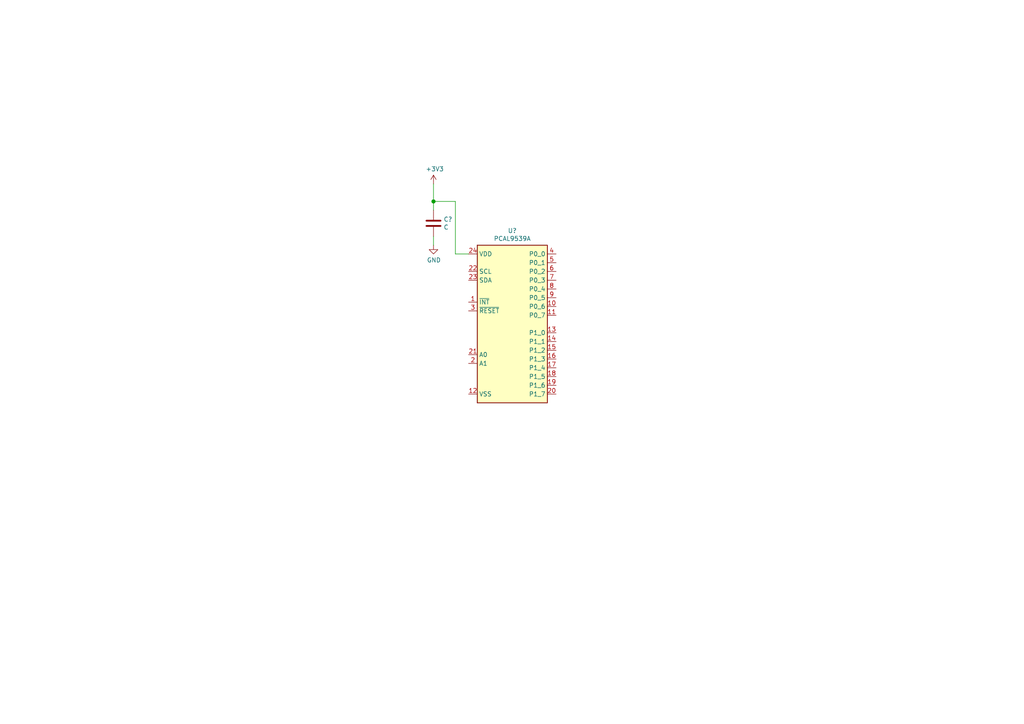
<source format=kicad_sch>
(kicad_sch (version 20201015) (generator eeschema)
  (page 1 1)
  (paper "A4")
  (lib_symbols
    (symbol "Device:C" (pin_numbers hide) (pin_names (offset 0.254))
      (property "Reference" "C" (at 0.635 2.54 0))
      (property "Value" "C" (at 0.635 -2.54 0))
      (symbol "C_0_1"
        (polyline (pts (xy -2.032 -0.762) (xy 2.032 -0.762)) (stroke (width 0.508)))
        (polyline (pts (xy -2.032 0.762) (xy 2.032 0.762)) (stroke (width 0.508)))
      )
      (symbol "C_1_1"
        (pin passive line (at 0 3.81 270) (length 2.794) (name "~") (number "1"))
        (pin passive line (at 0 -3.81 90) (length 2.794) (name "~") (number "2"))
      )
    )
    (symbol "PCAL9539:PCAL9539A"
      (property "Reference" "U" (at -8.89 24.13 0))
      (property "Value" "PCAL9539A" (at 6.35 24.13 0))
      (symbol "PCAL9539A_0_1"
        (rectangle (start -10.16 22.86) (end 10.16 -22.86) (stroke (width 0.254)) (fill (type background)))
      )
      (symbol "PCAL9539A_1_1"
        (pin open_collector line (at -12.7 6.35 0) (length 2.54) (name "~INT") (number "1"))
        (pin bidirectional line (at 12.7 5.08 180) (length 2.54) (name "P0_6") (number "10"))
        (pin bidirectional line (at 12.7 2.54 180) (length 2.54) (name "P0_7") (number "11"))
        (pin power_in line (at -12.7 -20.32 0) (length 2.54) (name "VSS") (number "12"))
        (pin bidirectional line (at 12.7 -2.54 180) (length 2.54) (name "P1_0") (number "13"))
        (pin bidirectional line (at 12.7 -5.08 180) (length 2.54) (name "P1_1") (number "14"))
        (pin bidirectional line (at 12.7 -7.62 180) (length 2.54) (name "P1_2") (number "15"))
        (pin bidirectional line (at 12.7 -10.16 180) (length 2.54) (name "P1_3") (number "16"))
        (pin bidirectional line (at 12.7 -12.7 180) (length 2.54) (name "P1_4") (number "17"))
        (pin bidirectional line (at 12.7 -15.24 180) (length 2.54) (name "P1_5") (number "18"))
        (pin bidirectional line (at 12.7 -17.78 180) (length 2.54) (name "P1_6") (number "19"))
        (pin input line (at -12.7 -11.43 0) (length 2.54) (name "A1") (number "2"))
        (pin bidirectional line (at 12.7 -20.32 180) (length 2.54) (name "P1_7") (number "20"))
        (pin input line (at -12.7 -8.89 0) (length 2.54) (name "A0") (number "21"))
        (pin input line (at -12.7 15.24 0) (length 2.54) (name "SCL") (number "22"))
        (pin bidirectional line (at -12.7 12.7 0) (length 2.54) (name "SDA") (number "23"))
        (pin power_in line (at -12.7 20.32 0) (length 2.54) (name "VDD") (number "24"))
        (pin input line (at -12.7 3.81 0) (length 2.54) (name "~RESET") (number "3"))
        (pin bidirectional line (at 12.7 20.32 180) (length 2.54) (name "P0_0") (number "4"))
        (pin bidirectional line (at 12.7 17.78 180) (length 2.54) (name "P0_1") (number "5"))
        (pin bidirectional line (at 12.7 15.24 180) (length 2.54) (name "P0_2") (number "6"))
        (pin bidirectional line (at 12.7 12.7 180) (length 2.54) (name "P0_3") (number "7"))
        (pin bidirectional line (at 12.7 10.16 180) (length 2.54) (name "P0_4") (number "8"))
        (pin bidirectional line (at 12.7 7.62 180) (length 2.54) (name "P0_5") (number "9"))
      )
    )
    (symbol "power:+3V3" (power) (pin_names (offset 0))
      (property "Value" "+3V3" (at 0 3.556 0))
      (symbol "+3V3_0_1"
        (polyline (pts (xy -0.762 1.27) (xy 0 2.54)))
        (polyline (pts (xy 0 0) (xy 0 2.54)))
        (polyline (pts (xy 0 2.54) (xy 0.762 1.27)))
      )
      (symbol "+3V3_1_1"
        (pin power_in line (at 0 0 90) (length 0) hide (name "+3V3") (number "1"))
      )
    )
    (symbol "power:GND" (power) (pin_names (offset 0))
      (property "Value" "GND" (at 0 -3.81 0))
      (symbol "GND_0_1"
        (polyline (pts (xy 0 0) (xy 0 -1.27) (xy 1.27 -1.27) (xy 0 -2.54) (xy -1.27 -1.27) (xy 0 -1.27)))
      )
      (symbol "GND_1_1"
        (pin power_in line (at 0 0 270) (length 0) hide (name "GND") (number "1"))
      )
    )
  )
  (junction (at 125.73 58.42) (diameter 1.016))
  (wire (pts (xy 125.73 53.34) (xy 125.73 58.42)))
  (wire (pts (xy 125.73 58.42) (xy 125.73 60.96)))
  (wire (pts (xy 125.73 68.58) (xy 125.73 71.12)))
  (wire (pts (xy 132.08 58.42) (xy 125.73 58.42)))
  (wire (pts (xy 132.08 73.66) (xy 132.08 58.42)))
  (wire (pts (xy 135.89 73.66) (xy 132.08 73.66)))
  (symbol (lib_id "power:+3V3") (at 125.73 53.34 0) (unit 1)
    (property "Reference" "#PWR?" (effects hide))
    (property "Value" "+3V3" (at 126.0983 49.0156 0))
  )
  (symbol (lib_id "power:GND") (at 125.73 71.12 0) (unit 1)
    (property "Reference" "#PWR?" (effects hide))
    (property "Value" "GND" (at 125.8443 75.4444 0))
  )
  (symbol (lib_id "Device:C") (at 125.73 64.77 0) (unit 1)
    (property "Reference" "C?" (at 128.6511 63.6206 0) (effects (justify left)))
    (property "Value" "C" (at 128.6511 65.9193 0) (effects (justify left)))
  )
  (symbol (lib_id "PCAL9539:PCAL9539A") (at 148.59 93.98 0) (unit 1)
    (property "Reference" "U?" (at 148.59 66.9098 0))
    (property "Value" "PCAL9539A" (at 148.59 69.2085 0))
    (property "Footprint" "Package_SO:TSSOP-24_4.4x7.8mm_P0.65mm" (effects hide))
    (property "Datasheet" "https://www.nxp.com/docs/en/data-sheet/PCA9555.pdf" (effects hide))
  )
)
</source>
